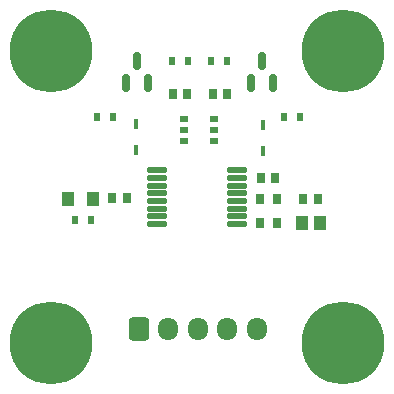
<source format=gbr>
%TF.GenerationSoftware,KiCad,Pcbnew,9.0.6*%
%TF.CreationDate,2026-02-10T23:21:07-08:00*%
%TF.ProjectId,ArmEncoderBoard,41726d45-6e63-46f6-9465-72426f617264,rev?*%
%TF.SameCoordinates,Original*%
%TF.FileFunction,Soldermask,Top*%
%TF.FilePolarity,Negative*%
%FSLAX46Y46*%
G04 Gerber Fmt 4.6, Leading zero omitted, Abs format (unit mm)*
G04 Created by KiCad (PCBNEW 9.0.6) date 2026-02-10 23:21:07*
%MOMM*%
%LPD*%
G01*
G04 APERTURE LIST*
G04 Aperture macros list*
%AMRoundRect*
0 Rectangle with rounded corners*
0 $1 Rounding radius*
0 $2 $3 $4 $5 $6 $7 $8 $9 X,Y pos of 4 corners*
0 Add a 4 corners polygon primitive as box body*
4,1,4,$2,$3,$4,$5,$6,$7,$8,$9,$2,$3,0*
0 Add four circle primitives for the rounded corners*
1,1,$1+$1,$2,$3*
1,1,$1+$1,$4,$5*
1,1,$1+$1,$6,$7*
1,1,$1+$1,$8,$9*
0 Add four rect primitives between the rounded corners*
20,1,$1+$1,$2,$3,$4,$5,0*
20,1,$1+$1,$4,$5,$6,$7,0*
20,1,$1+$1,$6,$7,$8,$9,0*
20,1,$1+$1,$8,$9,$2,$3,0*%
G04 Aperture macros list end*
%ADD10R,0.762000X0.863600*%
%ADD11R,0.558800X0.762000*%
%ADD12R,0.711200X0.889000*%
%ADD13R,1.100000X1.300000*%
%ADD14C,7.000000*%
%ADD15RoundRect,0.150000X0.150000X-0.587500X0.150000X0.587500X-0.150000X0.587500X-0.150000X-0.587500X0*%
%ADD16R,0.774700X0.508000*%
%ADD17RoundRect,0.125000X-0.762500X-0.125000X0.762500X-0.125000X0.762500X0.125000X-0.762500X0.125000X0*%
%ADD18RoundRect,0.250000X-0.600000X-0.725000X0.600000X-0.725000X0.600000X0.725000X-0.600000X0.725000X0*%
%ADD19O,1.700000X1.950000*%
%ADD20RoundRect,0.102000X-0.430000X-0.490000X0.430000X-0.490000X0.430000X0.490000X-0.430000X0.490000X0*%
%ADD21R,0.711200X0.838200*%
%ADD22R,0.350000X0.806400*%
G04 APERTURE END LIST*
D10*
%TO.C,C1*%
X145372300Y-80450000D03*
X144127700Y-80450000D03*
%TD*%
D11*
%TO.C,R7*%
X139911900Y-70500000D03*
X141258100Y-70500000D03*
%TD*%
D12*
%TO.C,R1*%
X144101500Y-84200000D03*
X145498500Y-84200000D03*
%TD*%
D11*
%TO.C,R6*%
X136611900Y-70500000D03*
X137958100Y-70500000D03*
%TD*%
%TO.C,R5*%
X130253800Y-75250000D03*
X131600000Y-75250000D03*
%TD*%
D13*
%TO.C,D1*%
X127850000Y-82181575D03*
X129950000Y-82181575D03*
%TD*%
D14*
%TO.C,H1*%
X126350500Y-69675500D03*
%TD*%
D15*
%TO.C,Q1*%
X132700000Y-72375000D03*
X134600000Y-72375000D03*
X133650000Y-70500000D03*
%TD*%
D16*
%TO.C,U1*%
X137622750Y-75399999D03*
X137622750Y-76350000D03*
X137622750Y-77300001D03*
X140150050Y-77300001D03*
X140150050Y-76350000D03*
X140150050Y-75399999D03*
%TD*%
D14*
%TO.C,H3*%
X126350500Y-94424500D03*
%TD*%
D17*
%TO.C,U2*%
X135312500Y-79775000D03*
X135312500Y-80425000D03*
X135312500Y-81075000D03*
X135312500Y-81725000D03*
X135312500Y-82375000D03*
X135312500Y-83025000D03*
X135312500Y-83675000D03*
X135312500Y-84325000D03*
X142137500Y-84325000D03*
X142137500Y-83675000D03*
X142137500Y-83025000D03*
X142137500Y-82375000D03*
X142137500Y-81725000D03*
X142137500Y-81075000D03*
X142137500Y-80425000D03*
X142137500Y-79775000D03*
%TD*%
D14*
%TO.C,H4*%
X151099500Y-94424500D03*
%TD*%
D10*
%TO.C,D2*%
X148972300Y-82180200D03*
X147727700Y-82180200D03*
%TD*%
D18*
%TO.C,J1*%
X133800000Y-93200000D03*
D19*
X136300000Y-93200000D03*
X138800000Y-93200000D03*
X141300000Y-93200000D03*
X143800000Y-93200000D03*
%TD*%
D10*
%TO.C,C2*%
X131577700Y-82150000D03*
X132822300Y-82150000D03*
%TD*%
D11*
%TO.C,R3*%
X128376900Y-83993800D03*
X129723100Y-83993800D03*
%TD*%
D20*
%TO.C,R4*%
X147585000Y-84200000D03*
X149115000Y-84200000D03*
%TD*%
D21*
%TO.C,C3*%
X136706200Y-73300000D03*
X137900000Y-73300000D03*
%TD*%
D15*
%TO.C,Q2*%
X143300000Y-72375000D03*
X145200000Y-72375000D03*
X144250000Y-70500000D03*
%TD*%
D11*
%TO.C,R8*%
X146103800Y-75250000D03*
X147450000Y-75250000D03*
%TD*%
D14*
%TO.C,H2*%
X151099500Y-69675500D03*
%TD*%
D12*
%TO.C,R2*%
X145498500Y-82200000D03*
X144101500Y-82200000D03*
%TD*%
D22*
%TO.C,CR1*%
X133600000Y-75850800D03*
X133600000Y-78049200D03*
%TD*%
D21*
%TO.C,C4*%
X140059500Y-73300000D03*
X141253300Y-73300000D03*
%TD*%
D22*
%TO.C,CR2*%
X144350000Y-75950000D03*
X144350000Y-78148400D03*
%TD*%
M02*

</source>
